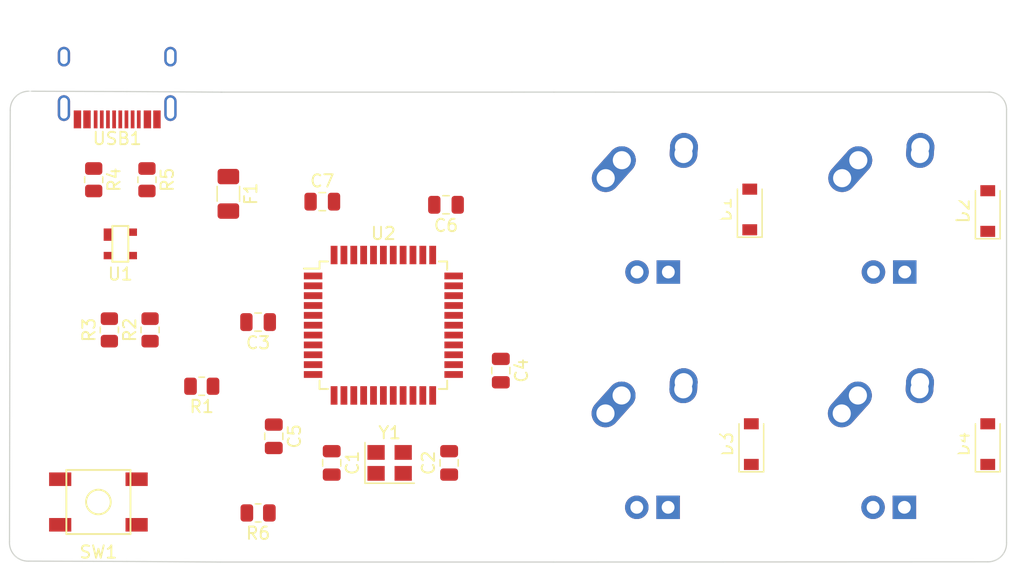
<source format=kicad_pcb>
(kicad_pcb (version 20211014) (generator pcbnew)
  (layers (0 "F.Cu" signal) (31 "B.Cu" signal) (34 "B.Paste" user) (35 "F.Paste" user) (36 "B.SilkS" user "B.Silkscreen") (37 "F.SilkS" user "F.Silkscreen") (38 "B.Mask" user) (39 "F.Mask" user) (44 "Edge.Cuts" user))
  (net 0 "")
  (net 1 "GND")
  (net 2 "Net-(C1-Pad2)")
  (net 3 "Net-(C2-Pad2)")
  (net 4 "Net-(C3-Pad1)")
  (net 5 "+5V")
  (net 6 "ROW0")
  (net 7 "Net-(D1-Pad2)")
  (net 8 "Net-(D2-Pad2)")
  (net 9 "ROW1")
  (net 10 "Net-(D3-Pad2)")
  (net 11 "Net-(D4-Pad2)")
  (net 12 "VCC")
  (net 13 "COL0")
  (net 14 "COL1")
  (net 15 "Net-(R1-Pad2)")
  (net 16 "Net-(R2-Pad1)")
  (net 17 "Net-(R2-Pad2)")
  (net 18 "Net-(R3-Pad1)")
  (net 19 "Net-(R3-Pad2)")
  (net 20 "Net-(R4-Pad1)")
  (net 21 "Net-(R5-Pad1)")
  (net 22 "Net-(R6-Pad1)")
  (net 25 "COL2")
  (footprint "Resistor_SMD:R_0805_2012Metric" (layer "F.Cu") (at 81.661 66.294 -90)
    (fp_text reference "R5" (at 0 -1.65 90) (layer "F.SilkS"))
    (fp_text value "5.1k")
    (fp_line (start -0.227064 0.735) (end 0.227064 0.735) (layer "F.SilkS") (width 0.12))
    (fp_line (start -0.227064 -0.735) (end 0.227064 -0.735) (layer "F.SilkS") (width 0.12))
    (pad "1" smd roundrect (at -0.9125 0 270) (size 1.025 1.4) (layers "F.Cu" "F.Paste" "F.Mask") (roundrect_rratio 0.243902) (net 21 "Net-(R5-Pad1)"))
    (pad "2" smd roundrect (at 0.9125 0 270) (size 1.025 1.4) (layers "F.Cu" "F.Paste" "F.Mask") (roundrect_rratio 0.243902) (net 1 "GND"))
  )
  (footprint "Resistor_SMD:R_0805_2012Metric" (layer "F.Cu") (at 90.678 93.345 180)
    (fp_text reference "R6" (at 0 -1.65) (layer "F.SilkS"))
    (fp_text value "10k")
    (fp_line (start -0.227064 0.735) (end 0.227064 0.735) (layer "F.SilkS") (width 0.12))
    (fp_line (start -0.227064 -0.735) (end 0.227064 -0.735) (layer "F.SilkS") (width 0.12))
    (pad "1" smd roundrect (at -0.9125 0 180) (size 1.025 1.4) (layers "F.Cu" "F.Paste" "F.Mask") (roundrect_rratio 0.243902) (net 22 "Net-(R6-Pad1)"))
    (pad "2" smd roundrect (at 0.9125 0 180) (size 1.025 1.4) (layers "F.Cu" "F.Paste" "F.Mask") (roundrect_rratio 0.243902) (net 1 "GND"))
  )
  (footprint "MX_Alps_Hybrid:MX-1U" (layer "F.Cu") (at 141.82725 87.8075)
    (fp_text reference "MX4")
    (fp_text value "MX-NoLED")
    (pad "" np_thru_hole circle locked (at 0 0) (size 3.9878 3.9878) (drill 3.9878) (layers *.Cu *.Mask))
    (pad "" np_thru_hole circle locked (at -5.08 0 48.0996) (size 1.75 1.75) (drill 1.75) (layers *.Cu *.Mask))
    (pad "" np_thru_hole circle locked (at 5.08 0 48.0996) (size 1.75 1.75) (drill 1.75) (layers *.Cu *.Mask))
    (pad "1" thru_hole oval locked (at -3.81 -2.54 48.0996) (size 4.211556 2.25) (drill 1.47 (offset 0.980778 0)) (layers *.Cu "B.Mask") (net 14 "COL1"))
    (pad "1" thru_hole circle locked (at -2.5 -4) (size 2.25 2.25) (drill 1.47) (layers *.Cu "B.Mask") (net 14 "COL1"))
    (pad "2" thru_hole oval locked (at 2.5 -4.5 86.0548) (size 2.831378 2.25) (drill 1.47 (offset 0.290689 0)) (layers *.Cu "B.Mask") (net 11 "Net-(D4-Pad2)"))
    (pad "2" thru_hole circle locked (at 2.54 -5.08) (size 2.25 2.25) (drill 1.47) (layers *.Cu "B.Mask") (net 11 "Net-(D4-Pad2)"))
    (pad "3" thru_hole circle locked (at -1.27 5.08) (size 1.905 1.905) (drill 1.04) (layers *.Cu "B.Mask"))
    (pad "4" thru_hole rect locked (at 1.27 5.08) (size 1.905 1.905) (drill 1.04) (layers *.Cu "B.Mask"))
  )
  (footprint "Fuse:Fuse_1206_3216Metric" (layer "F.Cu") (at 88.265 67.437 -90)
    (fp_text reference "F1" (at 0 -1.82 90) (layer "F.SilkS"))
    (fp_text value "500mA")
    (fp_line (start -0.602064 0.91) (end 0.602064 0.91) (layer "F.SilkS") (width 0.12))
    (fp_line (start -0.602064 -0.91) (end 0.602064 -0.91) (layer "F.SilkS") (width 0.12))
    (pad "1" smd roundrect (at -1.4 0 270) (size 1.25 1.75) (layers "F.Cu" "F.Paste" "F.Mask") (roundrect_rratio 0.2) (net 12 "VCC"))
    (pad "2" smd roundrect (at 1.4 0 270) (size 1.25 1.75) (layers "F.Cu" "F.Paste" "F.Mask") (roundrect_rratio 0.2) (net 5 "+5V"))
  )
  (footprint "MX_Alps_Hybrid:MX-1U" (layer "F.Cu") (at 141.859 68.707)
    (fp_text reference "MX2")
    (fp_text value "MX-NoLED")
    (pad "" np_thru_hole circle locked (at -5.08 0 48.0996) (size 1.75 1.75) (drill 1.75) (layers *.Cu *.Mask))
    (pad "" np_thru_hole circle locked (at 5.08 0 48.0996) (size 1.75 1.75) (drill 1.75) (layers *.Cu *.Mask))
    (pad "" np_thru_hole circle locked (at 0 0) (size 3.9878 3.9878) (drill 3.9878) (layers *.Cu *.Mask))
    (pad "1" thru_hole circle locked (at -2.5 -4) (size 2.25 2.25) (drill 1.47) (layers *.Cu "B.Mask") (net 14 "COL1"))
    (pad "1" thru_hole oval locked (at -3.81 -2.54 48.0996) (size 4.211556 2.25) (drill 1.47 (offset 0.980778 0)) (layers *.Cu "B.Mask") (net 14 "COL1"))
    (pad "2" thru_hole circle locked (at 2.54 -5.08) (size 2.25 2.25) (drill 1.47) (layers *.Cu "B.Mask") (net 8 "Net-(D2-Pad2)"))
    (pad "2" thru_hole oval locked (at 2.5 -4.5 86.0548) (size 2.831378 2.25) (drill 1.47 (offset 0.290689 0)) (layers *.Cu "B.Mask") (net 8 "Net-(D2-Pad2)"))
    (pad "3" thru_hole circle locked (at -1.27 5.08) (size 1.905 1.905) (drill 1.04) (layers *.Cu "B.Mask"))
    (pad "4" thru_hole rect locked (at 1.27 5.08) (size 1.905 1.905) (drill 1.04) (layers *.Cu "B.Mask"))
  )
  (footprint "Capacitor_SMD:C_0805_2012Metric" (layer "F.Cu") (at 106.172 89.281 90)
    (fp_text reference "C2" (at 0 -1.68 90) (layer "F.SilkS"))
    (fp_text value "22pF")
    (fp_line (start -0.261252 -0.735) (end 0.261252 -0.735) (layer "F.SilkS") (width 0.12))
    (fp_line (start -0.261252 0.735) (end 0.261252 0.735) (layer "F.SilkS") (width 0.12))
    (pad "1" smd roundrect (at -0.95 0 90) (size 1 1.45) (layers "F.Cu" "F.Paste" "F.Mask") (net 1 "GND"))
    (pad "2" smd roundrect (at 0.95 0 90) (size 1 1.45) (layers "F.Cu" "F.Paste" "F.Mask") (net 3 "Net-(C2-Pad2)"))
  )
  (footprint "Crystal:Crystal_SMD_3225-4Pin_3.2x2.5mm" (layer "F.Cu") (at 101.346 89.281)
    (fp_text reference "Y1" (at 0 -2.45) (layer "F.SilkS"))
    (fp_text value "16MHz")
    (fp_line (start -2 -1.65) (end -2 1.65) (layer "F.SilkS") (width 0.12))
    (fp_line (start -2 1.65) (end 2 1.65) (layer "F.SilkS") (width 0.12))
    (pad "1" smd rect (at -1.1 0.85) (size 1.4 1.2) (layers "F.Cu" "F.Paste" "F.Mask") (net 2 "Net-(C1-Pad2)"))
    (pad "2" smd rect (at 1.1 0.85) (size 1.4 1.2) (layers "F.Cu" "F.Paste" "F.Mask") (net 1 "GND"))
    (pad "3" smd rect (at 1.1 -0.85) (size 1.4 1.2) (layers "F.Cu" "F.Paste" "F.Mask") (net 3 "Net-(C2-Pad2)"))
    (pad "4" smd rect (at -1.1 -0.85) (size 1.4 1.2) (layers "F.Cu" "F.Paste" "F.Mask") (net 1 "GND"))
  )
  (footprint "Diode_SMD:D_SOD-123" (layer "F.Cu") (at 130.683 87.757 90)
    (fp_text reference "D3" (at 0 -2 90) (layer "F.SilkS"))
    (fp_text value "D_Small")
    (fp_line (start -2.25 -1) (end 1.65 -1) (layer "F.SilkS") (width 0.12))
    (fp_line (start -2.25 1) (end 1.65 1) (layer "F.SilkS") (width 0.12))
    (fp_line (start -2.25 -1) (end -2.25 1) (layer "F.SilkS") (width 0.12))
    (pad "1" smd rect (at -1.65 0 90) (size 0.9 1.2) (layers "F.Cu" "F.Paste" "F.Mask") (net 9 "ROW1"))
    (pad "2" smd rect (at 1.65 0 90) (size 0.9 1.2) (layers "F.Cu" "F.Paste" "F.Mask") (net 10 "Net-(D3-Pad2)"))
  )
  (footprint "Capacitor_SMD:C_0805_2012Metric" (layer "F.Cu") (at 96.647 89.281 -90)
    (fp_text reference "C1" (at 0 -1.68 90) (layer "F.SilkS"))
    (fp_text value "22pF")
    (fp_line (start -0.261252 -0.735) (end 0.261252 -0.735) (layer "F.SilkS") (width 0.12))
    (fp_line (start -0.261252 0.735) (end 0.261252 0.735) (layer "F.SilkS") (width 0.12))
    (pad "1" smd roundrect (at -0.95 0 270) (size 1 1.45) (layers "F.Cu" "F.Paste" "F.Mask") (net 1 "GND"))
    (pad "2" smd roundrect (at 0.95 0 270) (size 1 1.45) (layers "F.Cu" "F.Paste" "F.Mask") (net 2 "Net-(C1-Pad2)"))
  )
  (footprint "random-keyboard-parts:SOT143B" (layer "F.Cu") (at 79.502 71.501)
    (fp_text reference "U1" (at 0 2.45) (layer "F.SilkS"))
    (fp_text value "PRTR5V0U2X")
    (fp_line (start -0.65 1.45) (end 0.65 1.45) (layer "F.SilkS") (width 0.15))
    (fp_line (start 0.65 -1.45) (end 0.65 1.45) (layer "F.SilkS") (width 0.15))
    (fp_line (start -0.65 -1.45) (end -0.65 1.45) (layer "F.SilkS") (width 0.15))
    (fp_line (start 0.65 -1.45) (end -0.65 -1.45) (layer "F.SilkS") (width 0.15))
    (pad "1" smd rect locked (at -1 -0.75 270) (size 1 0.7) (layers "F.Cu" "F.Paste" "F.Mask") (net 1 "GND"))
    (pad "2" smd rect locked (at -1 0.95 270) (size 0.6 0.7) (layers "F.Cu" "F.Paste" "F.Mask") (net 18 "Net-(R3-Pad1)"))
    (pad "3" smd rect locked (at 1 0.95 270) (size 0.6 0.7) (layers "F.Cu" "F.Paste" "F.Mask") (net 16 "Net-(R2-Pad1)"))
    (pad "4" smd rect locked (at 1 -0.95 270) (size 0.6 0.7) (layers "F.Cu" "F.Paste" "F.Mask") (net 12 "VCC"))
  )
  (footprint "Diode_SMD:D_SOD-123" (layer "F.Cu") (at 130.556 68.707 90)
    (fp_text reference "D1" (at 0 -2 90) (layer "F.SilkS"))
    (fp_text value "D_Small")
    (fp_line (start -2.25 1) (end 1.65 1) (layer "F.SilkS") (width 0.12))
    (fp_line (start -2.25 -1) (end 1.65 -1) (layer "F.SilkS") (width 0.12))
    (fp_line (start -2.25 -1) (end -2.25 1) (layer "F.SilkS") (width 0.12))
    (pad "1" smd rect (at -1.65 0 90) (size 0.9 1.2) (layers "F.Cu" "F.Paste" "F.Mask") (net 6 "ROW0"))
    (pad "2" smd rect (at 1.65 0 90) (size 0.9 1.2) (layers "F.Cu" "F.Paste" "F.Mask") (net 7 "Net-(D1-Pad2)"))
  )
  (footprint "Package_QFP:TQFP-44_10x10mm_P0.8mm" (layer "F.Cu") (at 100.838 78.105)
    (fp_text reference "U2" (at 0 -7.45) (layer "F.SilkS"))
    (fp_text value "ATmega32U4-A")
    (fp_line (start -5.175 5.175) (end -4.5 5.175) (layer "F.SilkS") (width 0.15))
    (fp_line (start -5.175 -5.175) (end -4.5 -5.175) (layer "F.SilkS") (width 0.15))
    (fp_line (start 5.175 -5.175) (end 4.5 -5.175) (layer "F.SilkS") (width 0.15))
    (fp_line (start -5.175 -5.175) (end -5.175 -4.6) (layer "F.SilkS") (width 0.15))
    (fp_line (start 5.175 5.175) (end 5.175 4.5) (layer "F.SilkS") (width 0.15))
    (fp_line (start 5.175 -5.175) (end 5.175 -4.5) (layer "F.SilkS") (width 0.15))
    (fp_line (start -5.175 5.175) (end -5.175 4.5) (layer "F.SilkS") (width 0.15))
    (fp_line (start -5.175 -4.6) (end -6.45 -4.6) (layer "F.SilkS") (width 0.15))
    (fp_line (start 5.175 5.175) (end 4.5 5.175) (layer "F.SilkS") (width 0.15))
    (pad "1" smd rect (at -5.7 -4) (size 1.5 0.55) (layers "F.Cu" "F.Paste" "F.Mask"))
    (pad "2" smd rect (at -5.7 -3.2) (size 1.5 0.55) (layers "F.Cu" "F.Paste" "F.Mask") (net 5 "+5V"))
    (pad "3" smd rect (at -5.7 -2.4) (size 1.5 0.55) (layers "F.Cu" "F.Paste" "F.Mask") (net 19 "Net-(R3-Pad2)"))
    (pad "4" smd rect (at -5.7 -1.6) (size 1.5 0.55) (layers "F.Cu" "F.Paste" "F.Mask") (net 17 "Net-(R2-Pad2)"))
    (pad "5" smd rect (at -5.7 -0.8) (size 1.5 0.55) (layers "F.Cu" "F.Paste" "F.Mask") (net 1 "GND"))
    (pad "6" smd rect (at -5.7 0) (size 1.5 0.55) (layers "F.Cu" "F.Paste" "F.Mask") (net 4 "Net-(C3-Pad1)"))
    (pad "7" smd rect (at -5.7 0.8) (size 1.5 0.55) (layers "F.Cu" "F.Paste" "F.Mask") (net 5 "+5V"))
    (pad "8" smd rect (at -5.7 1.6) (size 1.5 0.55) (layers "F.Cu" "F.Paste" "F.Mask"))
    (pad "9" smd rect (at -5.7 2.4) (size 1.5 0.55) (layers "F.Cu" "F.Paste" "F.Mask") (net 14 "COL1"))
    (pad "10" smd rect (at -5.7 3.2) (size 1.5 0.55) (layers "F.Cu" "F.Paste" "F.Mask") (net 25 "COL2"))
    (pad "11" smd rect (at -5.7 4) (size 1.5 0.55) (layers "F.Cu" "F.Paste" "F.Mask") (net 9 "ROW1"))
    (pad "12" smd rect (at -4 5.7 90) (size 1.5 0.55) (layers "F.Cu" "F.Paste" "F.Mask"))
    (pad "13" smd rect (at -3.2 5.7 90) (size 1.5 0.55) (layers "F.Cu" "F.Paste" "F.Mask") (net 15 "Net-(R1-Pad2)"))
    (pad "14" smd rect (at -2.4 5.7 90) (size 1.5 0.55) (layers "F.Cu" "F.Paste" "F.Mask") (net 5 "+5V"))
    (pad "15" smd rect (at -1.6 5.7 90) (size 1.5 0.55) (layers "F.Cu" "F.Paste" "F.Mask") (net 1 "GND"))
    (pad "16" smd rect (at -0.8 5.7 90) (size 1.5 0.55) (layers "F.Cu" "F.Paste" "F.Mask") (net 3 "Net-(C2-Pad2)"))
    (pad "17" smd rect (at 0 5.7 90) (size 1.5 0.55) (layers "F.Cu" "F.Paste" "F.Mask") (net 2 "Net-(C1-Pad2)"))
    (pad "18" smd rect (at 0.8 5.7 90) (size 1.5 0.55) (layers "F.Cu" "F.Paste" "F.Mask"))
    (pad "19" smd rect (at 1.6 5.7 90) (size 1.5 0.55) (layers "F.Cu" "F.Paste" "F.Mask"))
    (pad "20" smd rect (at 2.4 5.7 90) (size 1.5 0.55) (layers "F.Cu" "F.Paste" "F.Mask"))
    (pad "21" smd rect (at 3.2 5.7 90) (size 1.5 0.55) (layers "F.Cu" "F.Paste" "F.Mask"))
    (pad "22" smd rect (at 4 5.7 90) (size 1.5 0.55) (layers "F.Cu" "F.Paste" "F.Mask"))
    (pad "23" smd rect (at 5.7 4) (size 1.5 0.55) (layers "F.Cu" "F.Paste" "F.Mask") (net 1 "GND"))
    (pad "24" smd rect (at 5.7 3.2) (size 1.5 0.55) (layers "F.Cu" "F.Paste" "F.Mask") (net 5 "+5V"))
    (pad "25" smd rect (at 5.7 2.4) (size 1.5 0.55) (layers "F.Cu" "F.Paste" "F.Mask"))
    (pad "26" smd rect (at 5.7 1.6) (size 1.5 0.55) (layers "F.Cu" "F.Paste" "F.Mask"))
    (pad "27" smd rect (at 5.7 0.8) (size 1.5 0.55) (layers "F.Cu" "F.Paste" "F.Mask") (net 6 "ROW0"))
    (pad "28" smd rect (at 5.7 0) (size 1.5 0.55) (layers "F.Cu" "F.Paste" "F.Mask"))
    (pad "29" smd rect (at 5.7 -0.8) (size 1.5 0.55) (layers "F.Cu" "F.Paste" "F.Mask"))
    (pad "30" smd rect (at 5.7 -1.6) (size 1.5 0.55) (layers "F.Cu" "F.Paste" "F.Mask"))
    (pad "31" smd rect (at 5.7 -2.4) (size 1.5 0.55) (layers "F.Cu" "F.Paste" "F.Mask"))
    (pad "32" smd rect (at 5.7 -3.2) (size 1.5 0.55) (layers "F.Cu" "F.Paste" "F.Mask"))
    (pad "33" smd rect (at 5.7 -4) (size 1.5 0.55) (layers "F.Cu" "F.Paste" "F.Mask") (net 22 "Net-(R6-Pad1)"))
    (pad "34" smd rect (at 4 -5.7 90) (size 1.5 0.55) (layers "F.Cu" "F.Paste" "F.Mask") (net 5 "+5V"))
    (pad "35" smd rect (at 3.2 -5.7 90) (size 1.5 0.55) (layers "F.Cu" "F.Paste" "F.Mask") (net 1 "GND"))
    (pad "36" smd rect (at 2.4 -5.7 90) (size 1.5 0.55) (layers "F.Cu" "F.Paste" "F.Mask"))
    (pad "37" smd rect (at 1.6 -5.7 90) (size 1.5 0.55) (layers "F.Cu" "F.Paste" "F.Mask"))
    (pad "38" smd rect (at 0.8 -5.7 90) (size 1.5 0.55) (layers "F.Cu" "F.Paste" "F.Mask"))
    (pad "39" smd rect (at 0 -5.7 90) (size 1.5 0.55) (layers "F.Cu" "F.Paste" "F.Mask"))
    (pad "40" smd rect (at -0.8 -5.7 90) (size 1.5 0.55) (layers "F.Cu" "F.Paste" "F.Mask"))
    (pad "41" smd rect (at -1.6 -5.7 90) (size 1.5 0.55) (layers "F.Cu" "F.Paste" "F.Mask"))
    (pad "42" smd rect (at -2.4 -5.7 90) (size 1.5 0.55) (layers "F.Cu" "F.Paste" "F.Mask"))
    (pad "43" smd rect (at -3.2 -5.7 90) (size 1.5 0.55) (layers "F.Cu" "F.Paste" "F.Mask") (net 1 "GND"))
    (pad "44" smd rect (at -4 -5.7 90) (size 1.5 0.55) (layers "F.Cu" "F.Paste" "F.Mask") (net 5 "+5V"))
  )
  (footprint "Capacitor_SMD:C_0805_2012Metric" (layer "F.Cu") (at 105.918 68.326 180)
    (fp_text reference "C6" (at 0 -1.68) (layer "F.SilkS"))
    (fp_text value "0.1uF")
    (fp_line (start -0.261252 0.735) (end 0.261252 0.735) (layer "F.SilkS") (width 0.12))
    (fp_line (start -0.261252 -0.735) (end 0.261252 -0.735) (layer "F.SilkS") (width 0.12))
    (pad "1" smd roundrect (at -0.95 0 180) (size 1 1.45) (layers "F.Cu" "F.Paste" "F.Mask") (net 5 "+5V"))
    (pad "2" smd roundrect (at 0.95 0 180) (size 1 1.45) (layers "F.Cu" "F.Paste" "F.Mask") (net 1 "GND"))
  )
  (footprint "Type-C:HRO-TYPE-C-31-M-12" (layer "F.Cu") (at 79.248 53.7 180)
    (fp_text reference "USB1" (at 0 -9.25) (layer "F.SilkS"))
    (fp_text value "HRO-TYPE-C-31-M-12")
    (pad "" np_thru_hole circle locked (at 2.89 -6.25 180) (size 0.65 0.65) (drill 0.65) (layers *.Cu *.Mask))
    (pad "" np_thru_hole circle locked (at -2.89 -6.25 180) (size 0.65 0.65) (drill 0.65) (layers *.Cu *.Mask))
    (pad "1" smd rect locked (at -3.225 -7.695 180) (size 0.6 1.45) (layers "F.Cu" "F.Paste" "F.Mask") (net 1 "GND"))
    (pad "2" smd rect locked (at -2.45 -7.695 180) (size 0.6 1.45) (layers "F.Cu" "F.Paste" "F.Mask") (net 12 "VCC"))
    (pad "3" smd rect locked (at -1.75 -7.695 180) (size 0.3 1.45) (layers "F.Cu" "F.Paste" "F.Mask"))
    (pad "4" smd rect locked (at -1.25 -7.695 180) (size 0.3 1.45) (layers "F.Cu" "F.Paste" "F.Mask") (net 21 "Net-(R5-Pad1)"))
    (pad "5" smd rect locked (at -0.75 -7.695 180) (size 0.3 1.45) (layers "F.Cu" "F.Paste" "F.Mask") (net 16 "Net-(R2-Pad1)"))
    (pad "6" smd rect locked (at -0.25 -7.695 180) (size 0.3 1.45) (layers "F.Cu" "F.Paste" "F.Mask") (net 18 "Net-(R3-Pad1)"))
    (pad "7" smd rect locked (at 0.25 -7.695 180) (size 0.3 1.45) (layers "F.Cu" "F.Paste" "F.Mask") (net 16 "Net-(R2-Pad1)"))
    (pad "8" smd rect locked (at 0.75 -7.695 180) (size 0.3 1.45) (layers "F.Cu" "F.Paste" "F.Mask") (net 18 "Net-(R3-Pad1)"))
    (pad "9" smd rect locked (at 1.25 -7.695 180) (size 0.3 1.45) (layers "F.Cu" "F.Paste" "F.Mask"))
    (pad "10" smd rect locked (at 1.75 -7.695 180) (size 0.3 1.45) (layers "F.Cu" "F.Paste" "F.Mask") (net 20 "Net-(R4-Pad1)"))
    (pad "11" smd rect locked (at 2.45 -7.695 180) (size 0.6 1.45) (layers "F.Cu" "F.Paste" "F.Mask") (net 12 "VCC"))
    (pad "12" smd rect locked (at 3.225 -7.695 180) (size 0.6 1.45) (layers "F.Cu" "F.Paste" "F.Mask") (net 1 "GND"))
    (pad "13" thru_hole oval locked (at -4.32 -2.6 180) (size 1 1.6) (drill oval 0.6 1.2) (layers *.Cu "B.Mask") (net 1 "GND"))
    (pad "13" thru_hole oval locked (at 4.32 -6.78 180) (size 1 2.1) (drill oval 0.6 1.7) (layers *.Cu "B.Mask") (net 1 "GND"))
    (pad "13" thru_hole oval locked (at -4.32 -6.78 180) (size 1 2.1) (drill oval 0.6 1.7) (layers *.Cu "B.Mask") (net 1 "GND"))
    (pad "13" thru_hole oval locked (at 4.32 -2.6 180) (size 1 1.6) (drill oval 0.6 1.2) (layers *.Cu "B.Mask") (net 1 "GND"))
  )
  (footprint "MX_Alps_Hybrid:MX-1U" (layer "F.Cu") (at 122.682 68.707)
    (fp_text reference "MX1")
    (fp_text value "MX-NoLED")
    (pad "" np_thru_hole circle locked (at -5.08 0 48.0996) (size 1.75 1.75) (drill 1.75) (layers *.Cu *.Mask))
    (pad "" np_thru_hole circle locked (at 0 0) (size 3.9878 3.9878) (drill 3.9878) (layers *.Cu *.Mask))
    (pad "" np_thru_hole circle locked (at 5.08 0 48.0996) (size 1.75 1.75) (drill 1.75) (layers *.Cu *.Mask))
    (pad "1" thru_hole circle locked (at -2.5 -4) (size 2.25 2.25) (drill 1.47) (layers *.Cu "B.Mask") (net 13 "COL0"))
    (pad "1" thru_hole oval locked (at -3.81 -2.54 48.0996) (size 4.211556 2.25) (drill 1.47 (offset 0.980778 0)) (layers *.Cu "B.Mask") (net 13 "COL0"))
    (pad "2" thru_hole circle locked (at 2.54 -5.08) (size 2.25 2.25) (drill 1.47) (layers *.Cu "B.Mask") (net 7 "Net-(D1-Pad2)"))
    (pad "2" thru_hole oval locked (at 2.5 -4.5 86.0548) (size 2.831378 2.25) (drill 1.47 (offset 0.290689 0)) (layers *.Cu "B.Mask") (net 7 "Net-(D1-Pad2)"))
    (pad "3" thru_hole circle locked (at -1.27 5.08) (size 1.905 1.905) (drill 1.04) (layers *.Cu "B.Mask"))
    (pad "4" thru_hole rect locked (at 1.27 5.08) (size 1.905 1.905) (drill 1.04) (layers *.Cu "B.Mask"))
  )
  (footprint "Capacitor_SMD:C_0805_2012Metric" (layer "F.Cu") (at 110.363 81.788 -90)
    (fp_text reference "C4" (at 0 -1.68 90) (layer "F.SilkS"))
    (fp_text value "0.1uF")
    (fp_line (start -0.261252 0.735) (end 0.261252 0.735) (layer "F.SilkS") (width 0.12))
    (fp_line (start -0.261252 -0.735) (end 0.261252 -0.735) (layer "F.SilkS") (width 0.12))
    (pad "1" smd roundrect (at -0.95 0 270) (size 1 1.45) (layers "F.Cu" "F.Paste" "F.Mask") (net 5 "+5V"))
    (pad "2" smd roundrect (at 0.95 0 270) (size 1 1.45) (layers "F.Cu" "F.Paste" "F.Mask") (net 1 "GND"))
  )
  (footprint "Resistor_SMD:R_0805_2012Metric" (layer "F.Cu") (at 81.915 78.486 90)
    (fp_text reference "R2" (at 0 -1.65 90) (layer "F.SilkS"))
    (fp_text value "22")
    (fp_line (start -0.227064 -0.735) (end 0.227064 -0.735) (layer "F.SilkS") (width 0.12))
    (fp_line (start -0.227064 0.735) (end 0.227064 0.735) (layer "F.SilkS") (width 0.12))
    (pad "1" smd roundrect (at -0.9125 0 90) (size 1.025 1.4) (layers "F.Cu" "F.Paste" "F.Mask") (roundrect_rratio 0.243902) (net 16 "Net-(R2-Pad1)"))
    (pad "2" smd roundrect (at 0.9125 0 90) (size 1.025 1.4) (layers "F.Cu" "F.Paste" "F.Mask") (roundrect_rratio 0.243902) (net 17 "Net-(R2-Pad2)"))
  )
  (footprint "random-keyboard-parts:SKQG-1155865" (layer "F.Cu") (at 77.724 92.456)
    (fp_text reference "SW1" (at 0 4.064) (layer "F.SilkS"))
    (fp_text value "SW_Push")
    (fp_line (start 2.6 -2.6) (end 2.6 2.6) (layer "F.SilkS") (width 0.15))
    (fp_line (start 2.6 2.6) (end -2.6 2.6) (layer "F.SilkS") (width 0.15))
    (fp_line (start -2.6 2.6) (end -2.6 -2.6) (layer "F.SilkS") (width 0.15))
    (fp_line (start -2.6 -2.6) (end 2.6 -2.6) (layer "F.SilkS") (width 0.15))
    (fp_circle (center 0 0) (end 1 0) (layer "F.SilkS") (width 0.15) (fill none))
    (pad "1" smd rect locked (at 3.1 1.85) (size 1.8 1.1) (layers "F.Cu" "F.Paste" "F.Mask") (net 1 "GND"))
    (pad "2" smd rect locked (at -3.1 -1.85) (size 1.8 1.1) (layers "F.Cu" "F.Paste" "F.Mask") (net 15 "Net-(R1-Pad2)"))
    (pad "3" smd rect locked (at 3.1 -1.85) (size 1.8 1.1) (layers "F.Cu" "F.Paste" "F.Mask"))
    (pad "4" smd rect locked (at -3.1 1.85) (size 1.8 1.1) (layers "F.Cu" "F.Paste" "F.Mask"))
  )
  (footprint "Resistor_SMD:R_0805_2012Metric" (layer "F.Cu") (at 86.106 83.058 180)
    (fp_text reference "R1" (at 0 -1.65) (layer "F.SilkS"))
    (fp_text value "10k")
    (fp_line (start -0.227064 -0.735) (end 0.227064 -0.735) (layer "F.SilkS") (width 0.12))
    (fp_line (start -0.227064 0.735) (end 0.227064 0.735) (layer "F.SilkS") (width 0.12))
    (pad "1" smd roundrect (at -0.9125 0 180) (size 1.025 1.4) (layers "F.Cu" "F.Paste" "F.Mask") (roundrect_rratio 0.243902) (net 5 "+5V"))
    (pad "2" smd roundrect (at 0.9125 0 180) (size 1.025 1.4) (layers "F.Cu" "F.Paste" "F.Mask") (roundrect_rratio 0.243902) (net 15 "Net-(R1-Pad2)"))
  )
  (footprint "Diode_SMD:D_SOD-123" (layer "F.Cu") (at 149.86 87.757 90)
    (fp_text reference "D4" (at 0 -2 90) (layer "F.SilkS"))
    (fp_text value "D_Small")
    (fp_line (start -2.25 -1) (end 1.65 -1) (layer "F.SilkS") (width 0.12))
    (fp_line (start -2.25 -1) (end -2.25 1) (layer "F.SilkS") (width 0.12))
    (fp_line (start -2.25 1) (end 1.65 1) (layer "F.SilkS") (width 0.12))
    (pad "1" smd rect (at -1.65 0 90) (size 0.9 1.2) (layers "F.Cu" "F.Paste" "F.Mask") (net 9 "ROW1"))
    (pad "2" smd rect (at 1.65 0 90) (size 0.9 1.2) (layers "F.Cu" "F.Paste" "F.Mask") (net 11 "Net-(D4-Pad2)"))
  )
  (footprint "Resistor_SMD:R_0805_2012Metric" (layer "F.Cu") (at 78.613 78.486 90)
    (fp_text reference "R3" (at 0 -1.65 90) (layer "F.SilkS"))
    (fp_text value "22")
    (fp_line (start -0.227064 0.735) (end 0.227064 0.735) (layer "F.SilkS") (width 0.12))
    (fp_line (start -0.227064 -0.735) (end 0.227064 -0.735) (layer "F.SilkS") (width 0.12))
    (pad "1" smd roundrect (at -0.9125 0 90) (size 1.025 1.4) (layers "F.Cu" "F.Paste" "F.Mask") (roundrect_rratio 0.243902) (net 18 "Net-(R3-Pad1)"))
    (pad "2" smd roundrect (at 0.9125 0 90) (size 1.025 1.4) (layers "F.Cu" "F.Paste" "F.Mask") (roundrect_rratio 0.243902) (net 19 "Net-(R3-Pad2)"))
  )
  (footprint "Resistor_SMD:R_0805_2012Metric" (layer "F.Cu") (at 77.343 66.294 -90)
    (fp_text reference "R4" (at 0 -1.65 -270) (layer "F.SilkS"))
    (fp_text value "5.1k")
    (fp_line (start -0.227064 -0.735) (end 0.227064 -0.735) (layer "F.SilkS") (width 0.12))
    (fp_line (start -0.227064 0.735) (end 0.227064 0.735) (layer "F.SilkS") (width 0.12))
    (pad "1" smd roundrect (at -0.9125 0 270) (size 1.025 1.4) (layers "F.Cu" "F.Paste" "F.Mask") (roundrect_rratio 0.243902) (net 20 "Net-(R4-Pad1)"))
    (pad "2" smd roundrect (at 0.9125 0 270) (size 1.025 1.4) (layers "F.Cu" "F.Paste" "F.Mask") (roundrect_rratio 0.243902) (net 1 "GND"))
  )
  (footprint "MX_Alps_Hybrid:MX-1U" (layer "F.Cu") (at 122.6625 87.8075)
    (fp_text reference "MX3")
    (fp_text value "MX-NoLED")
    (pad "" np_thru_hole circle locked (at 5.08 0 48.0996) (size 1.75 1.75) (drill 1.75) (layers *.Cu *.Mask))
    (pad "" np_thru_hole circle locked (at 0 0) (size 3.9878 3.9878) (drill 3.9878) (layers *.Cu *.Mask))
    (pad "" np_thru_hole circle locked (at -5.08 0 48.0996) (size 1.75 1.75) (drill 1.75) (layers *.Cu *.Mask))
    (pad "1" thru_hole oval locked (at -3.81 -2.54 48.0996) (size 4.211556 2.25) (drill 1.47 (offset 0.980778 0)) (layers *.Cu "B.Mask") (net 13 "COL0"))
    (pad "1" thru_hole circle locked (at -2.5 -4) (size 2.25 2.25) (drill 1.47) (layers *.Cu "B.Mask") (net 13 "COL0"))
    (pad "2" thru_hole circle locked (at 2.54 -5.08) (size 2.25 2.25) (drill 1.47) (layers *.Cu "B.Mask") (net 10 "Net-(D3-Pad2)"))
    (pad "2" thru_hole oval locked (at 2.5 -4.5 86.0548) (size 2.831378 2.25) (drill 1.47 (offset 0.290689 0)) (layers *.Cu "B.Mask") (net 10 "Net-(D3-Pad2)"))
    (pad "3" thru_hole circle locked (at -1.27 5.08) (size 1.905 1.905) (drill 1.04) (layers *.Cu "B.Mask"))
    (pad "4" thru_hole rect locked (at 1.27 5.08) (size 1.905 1.905) (drill 1.04) (layers *.Cu "B.Mask"))
  )
  (footprint "Capacitor_SMD:C_0805_2012Metric" (layer "F.Cu") (at 91.948 87.122 -90)
    (fp_text reference "C5" (at 0 -1.68 90) (layer "F.SilkS"))
    (fp_text value "0.1uF")
    (fp_line (start -0.261252 -0.735) (end 0.261252 -0.735) (layer "F.SilkS") (width 0.12))
    (fp_line (start -0.261252 0.735) (end 0.261252 0.735) (layer "F.SilkS") (width 0.12))
    (pad "1" smd roundrect (at -0.95 0 270) (size 1 1.45) (layers "F.Cu" "F.Paste" "F.Mask") (net 5 "+5V"))
    (pad "2" smd roundrect (at 0.95 0 270) (size 1 1.45) (layers "F.Cu" "F.Paste" "F.Mask") (net 1 "GND"))
  )
  (footprint "Capacitor_SMD:C_0805_2012Metric" (layer "F.Cu") (at 90.678 77.851 180)
    (fp_text reference "C3" (at 0 -1.68) (layer "F.SilkS"))
    (fp_text value "1uF")
    (fp_line (start -0.261252 0.735) (end 0.261252 0.735) (layer "F.SilkS") (width 0.12))
    (fp_line (start -0.261252 -0.735) (end 0.261252 -0.735) (layer "F.SilkS") (width 0.12))
    (pad "1" smd roundrect (at -0.95 0 180) (size 1 1.45) (layers "F.Cu" "F.Paste" "F.Mask") (net 4 "Net-(C3-Pad1)"))
    (pad "2" smd roundrect (at 0.95 0 180) (size 1 1.45) (layers "F.Cu" "F.Paste" "F.Mask") (net 1 "GND"))
  )
  (footprint "Diode_SMD:D_SOD-123" (layer "F.Cu") (at 149.86 68.834 90)
    (fp_text reference "D2" (at 0 -2 90) (layer "F.SilkS"))
    (fp_text value "D_Small")
    (fp_line (start -2.25 1) (end 1.65 1) (layer "F.SilkS") (width 0.12))
    (fp_line (start -2.25 -1) (end -2.25 1) (layer "F.SilkS") (width 0.12))
    (fp_line (start -2.25 -1) (end 1.65 -1) (layer "F.SilkS") (width 0.12))
    (pad "1" smd rect (at -1.65 0 90) (size 0.9 1.2) (layers "F.Cu" "F.Paste" "F.Mask") (net 6 "ROW0"))
    (pad "2" smd rect (at 1.65 0 90) (size 0.9 1.2) (layers "F.Cu" "F.Paste" "F.Mask") (net 8 "Net-(D2-Pad2)"))
  )
  (footprint "Capacitor_SMD:C_0805_2012Metric" (layer "F.Cu") (at 95.885 68.072)
    (fp_text reference "C7" (at 0 -1.68) (layer "F.SilkS"))
    (fp_text value "10uF")
    (fp_line (start -0.261252 -0.735) (end 0.261252 -0.735) (layer "F.SilkS") (width 0.12))
    (fp_line (start -0.261252 0.735) (end 0.261252 0.735) (layer "F.SilkS") (width 0.12))
    (pad "1" smd roundrect (at -0.95 0) (size 1 1.45) (layers "F.Cu" "F.Paste" "F.Mask") (net 5 "+5V"))
    (pad "2" smd roundrect (at 0.95 0) (size 1 1.45) (layers "F.Cu" "F.Paste" "F.Mask") (net 1 "GND"))
  )
  (gr_line (start 87.663979 59.182023) (end 114.67 59.18) (layer "Edge.Cuts") (width 0.1))
  (gr_line (start 80.01 97.282) (end 87.63 97.328826) (layer "Edge.Cuts") (width 0.1))
  (gr_line (start 70.512192 95.684751) (end 70.574343 60.660946) (layer "Edge.Cuts") (width 0.1))
  (gr_arc (start 72.064364 97.255577) (mid 70.94302 96.811322) (end 70.512192 95.684751) (layer "Edge.Cuts") (width 0.1))
  (gr_line (start 80.043979 59.135197) (end 87.757 59.182023) (layer "Edge.Cuts") (width 0.1))
  (gr_line (start 87.63 97.328826) (end 114.642195 97.328826) (layer "Edge.Cuts") (width 0.1))
  (gr_arc (start 70.574343 60.660946) (mid 71.002169 59.556751) (end 72.098343 59.108774) (layer "Edge.Cuts") (width 0.1))
  (gr_line (start 72.064364 97.255577) (end 80.01 97.282) (layer "Edge.Cuts") (width 0.1))
  (gr_arc (start 151.384 95.758) (mid 150.956174 96.862195) (end 149.86 97.310172) (layer "Edge.Cuts") (width 0.1))
  (gr_line (start 72.263 59.108774) (end 80.043979 59.135197) (layer "Edge.Cuts") (width 0.1))
  (gr_line (start 114.67 59.18) (end 149.987 59.182) (layer "Edge.Cuts") (width 0.1))
  (gr_arc (start 149.987 59.182) (mid 150.974828 59.591172) (end 151.384 60.579) (layer "Edge.Cuts") (width 0.1))
  (gr_line (start 151.384 60.579) (end 151.384 95.758) (layer "Edge.Cuts") (width 0.1))
  (gr_line (start 114.642195 97.328826) (end 149.86 97.310172) (layer "Edge.Cuts") (width 0.1))
)
</source>
